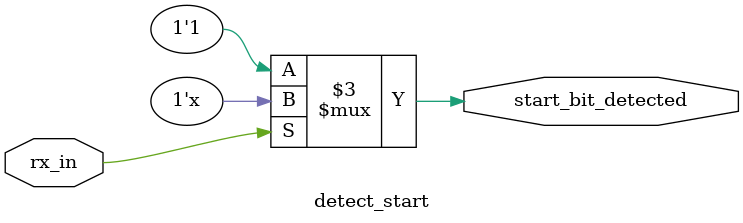
<source format=v>
module detect_start(
    input      rx_in,
    output reg start_bit_detected
);

    always @(*) begin
        if (!rx_in)
            start_bit_detected <= 1'b1;
    end
endmodule

</source>
